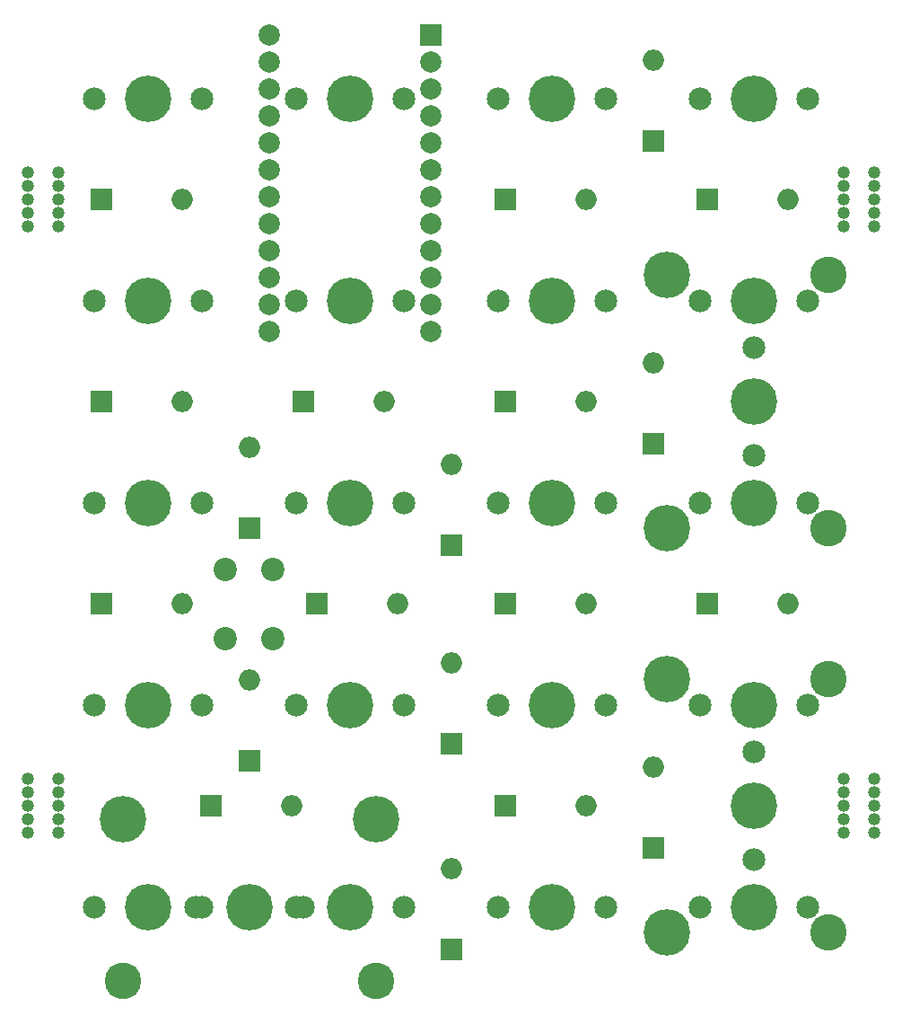
<source format=gts>
G04 #@! TF.GenerationSoftware,KiCad,Pcbnew,(5.0.0)*
G04 #@! TF.CreationDate,2019-01-13T17:47:14-08:00*
G04 #@! TF.ProjectId,Soyuz,536F79757A2E6B696361645F70636200,rev?*
G04 #@! TF.SameCoordinates,Original*
G04 #@! TF.FileFunction,Soldermask,Top*
G04 #@! TF.FilePolarity,Negative*
%FSLAX46Y46*%
G04 Gerber Fmt 4.6, Leading zero omitted, Abs format (unit mm)*
G04 Created by KiCad (PCBNEW (5.0.0)) date 01/13/19 17:47:14*
%MOMM*%
%LPD*%
G01*
G04 APERTURE LIST*
%ADD10O,2.000000X2.000000*%
%ADD11R,2.000000X2.000000*%
%ADD12C,2.000000*%
%ADD13C,4.387800*%
%ADD14C,2.150000*%
%ADD15C,3.448000*%
%ADD16C,2.200000*%
%ADD17C,1.187400*%
G04 APERTURE END LIST*
D10*
G04 #@! TO.C,D1*
X42862500Y-49212500D03*
D11*
X35242500Y-49212500D03*
G04 #@! TD*
D10*
G04 #@! TO.C,D2*
X61912500Y-68262500D03*
D11*
X54292500Y-68262500D03*
G04 #@! TD*
D10*
G04 #@! TO.C,D3*
X87312500Y-36036250D03*
D11*
X87312500Y-43656250D03*
G04 #@! TD*
G04 #@! TO.C,D4*
X92392500Y-49212500D03*
D10*
X100012500Y-49212500D03*
G04 #@! TD*
G04 #@! TO.C,D5*
X42862500Y-68262500D03*
D11*
X35242500Y-68262500D03*
G04 #@! TD*
G04 #@! TO.C,D6*
X73342500Y-68262500D03*
D10*
X80962500Y-68262500D03*
G04 #@! TD*
G04 #@! TO.C,D7*
X80962500Y-49212500D03*
D11*
X73342500Y-49212500D03*
G04 #@! TD*
G04 #@! TO.C,D8*
X87312500Y-72231250D03*
D10*
X87312500Y-64611250D03*
G04 #@! TD*
G04 #@! TO.C,D9*
X49212500Y-72548750D03*
D11*
X49212500Y-80168750D03*
G04 #@! TD*
G04 #@! TO.C,D10*
X68262500Y-81756250D03*
D10*
X68262500Y-74136250D03*
G04 #@! TD*
G04 #@! TO.C,D11*
X63182500Y-87312500D03*
D11*
X55562500Y-87312500D03*
G04 #@! TD*
G04 #@! TO.C,D12*
X92392500Y-87312500D03*
D10*
X100012500Y-87312500D03*
G04 #@! TD*
G04 #@! TO.C,D13*
X42862500Y-87312500D03*
D11*
X35242500Y-87312500D03*
G04 #@! TD*
D10*
G04 #@! TO.C,D14*
X49212500Y-94456250D03*
D11*
X49212500Y-102076250D03*
G04 #@! TD*
D10*
G04 #@! TO.C,D15*
X68262500Y-92868750D03*
D11*
X68262500Y-100488750D03*
G04 #@! TD*
G04 #@! TO.C,D16*
X73342500Y-87312500D03*
D10*
X80962500Y-87312500D03*
G04 #@! TD*
G04 #@! TO.C,D17*
X53181250Y-106362500D03*
D11*
X45561250Y-106362500D03*
G04 #@! TD*
G04 #@! TO.C,D18*
X68262500Y-119856250D03*
D10*
X68262500Y-112236250D03*
G04 #@! TD*
D11*
G04 #@! TO.C,D19*
X73342500Y-106362500D03*
D10*
X80962500Y-106362500D03*
G04 #@! TD*
D11*
G04 #@! TO.C,D20*
X87312500Y-110331250D03*
D10*
X87312500Y-102711250D03*
G04 #@! TD*
D11*
G04 #@! TO.C,U1*
X66357500Y-33655000D03*
D12*
X66357500Y-36195000D03*
X66357500Y-38735000D03*
X66357500Y-41275000D03*
X66357500Y-43815000D03*
X66357500Y-46355000D03*
X66357500Y-48895000D03*
X66357500Y-51435000D03*
X66357500Y-53975000D03*
X66357500Y-56515000D03*
X66357500Y-59055000D03*
X66357500Y-61595000D03*
X51117500Y-61595000D03*
X51117500Y-59055000D03*
X51117500Y-56515000D03*
X51117500Y-53975000D03*
X51117500Y-51435000D03*
X51117500Y-48895000D03*
X51117500Y-46355000D03*
X51117500Y-43815000D03*
X51117500Y-41275000D03*
X51117500Y-38735000D03*
X51117500Y-36195000D03*
X51117500Y-33655000D03*
G04 #@! TD*
D13*
G04 #@! TO.C,MX1*
X39687500Y-39687500D03*
D14*
X34607500Y-39687500D03*
X44767500Y-39687500D03*
G04 #@! TD*
G04 #@! TO.C,MX2*
X63817500Y-39687500D03*
X53657500Y-39687500D03*
D13*
X58737500Y-39687500D03*
G04 #@! TD*
G04 #@! TO.C,MX3*
X77787500Y-39687500D03*
D14*
X72707500Y-39687500D03*
X82867500Y-39687500D03*
G04 #@! TD*
G04 #@! TO.C,MX4*
X101917500Y-39687500D03*
X91757500Y-39687500D03*
D13*
X96837500Y-39687500D03*
G04 #@! TD*
G04 #@! TO.C,MX5*
X39687500Y-58737500D03*
D14*
X34607500Y-58737500D03*
X44767500Y-58737500D03*
G04 #@! TD*
G04 #@! TO.C,MX6*
X63817500Y-58737500D03*
X53657500Y-58737500D03*
D13*
X58737500Y-58737500D03*
G04 #@! TD*
G04 #@! TO.C,MX7*
X77787500Y-58737500D03*
D14*
X72707500Y-58737500D03*
X82867500Y-58737500D03*
G04 #@! TD*
D13*
G04 #@! TO.C,MX8*
X96837500Y-58737500D03*
D14*
X91757500Y-58737500D03*
X101917500Y-58737500D03*
G04 #@! TD*
D13*
G04 #@! TO.C,MX9*
X96837500Y-68262500D03*
D14*
X96837500Y-73342500D03*
X96837500Y-63182500D03*
D15*
X103822500Y-80200500D03*
X103822500Y-56324500D03*
D13*
X88582500Y-80200500D03*
X88582500Y-56324500D03*
G04 #@! TD*
D14*
G04 #@! TO.C,MX10*
X44767500Y-77787500D03*
X34607500Y-77787500D03*
D13*
X39687500Y-77787500D03*
G04 #@! TD*
D14*
G04 #@! TO.C,MX11*
X63817500Y-77787500D03*
X53657500Y-77787500D03*
D13*
X58737500Y-77787500D03*
G04 #@! TD*
D14*
G04 #@! TO.C,MX12*
X82867500Y-77787500D03*
X72707500Y-77787500D03*
D13*
X77787500Y-77787500D03*
G04 #@! TD*
G04 #@! TO.C,MX13*
X96837500Y-77787500D03*
D14*
X91757500Y-77787500D03*
X101917500Y-77787500D03*
G04 #@! TD*
D13*
G04 #@! TO.C,MX14*
X39687500Y-96837500D03*
D14*
X34607500Y-96837500D03*
X44767500Y-96837500D03*
G04 #@! TD*
G04 #@! TO.C,MX15*
X63817500Y-96837500D03*
X53657500Y-96837500D03*
D13*
X58737500Y-96837500D03*
G04 #@! TD*
G04 #@! TO.C,MX16*
X77787500Y-96837500D03*
D14*
X72707500Y-96837500D03*
X82867500Y-96837500D03*
G04 #@! TD*
G04 #@! TO.C,MX17*
X101917500Y-96837500D03*
X91757500Y-96837500D03*
D13*
X96837500Y-96837500D03*
G04 #@! TD*
G04 #@! TO.C,MX18*
X88582500Y-94424500D03*
X88582500Y-118300500D03*
D15*
X103822500Y-94424500D03*
X103822500Y-118300500D03*
D14*
X96837500Y-101282500D03*
X96837500Y-111442500D03*
D13*
X96837500Y-106362500D03*
G04 #@! TD*
G04 #@! TO.C,MX19*
X39687500Y-115887500D03*
D14*
X34607500Y-115887500D03*
X44767500Y-115887500D03*
G04 #@! TD*
G04 #@! TO.C,MX20*
X63817500Y-115887500D03*
X53657500Y-115887500D03*
D13*
X58737500Y-115887500D03*
G04 #@! TD*
G04 #@! TO.C,MX21*
X77787500Y-115887500D03*
D14*
X72707500Y-115887500D03*
X82867500Y-115887500D03*
G04 #@! TD*
G04 #@! TO.C,MX22*
X101917500Y-115887500D03*
X91757500Y-115887500D03*
D13*
X96837500Y-115887500D03*
G04 #@! TD*
G04 #@! TO.C,MX23*
X49212500Y-115887500D03*
D14*
X44132500Y-115887500D03*
X54292500Y-115887500D03*
D15*
X37274500Y-122872500D03*
X61150500Y-122872500D03*
D13*
X37274500Y-107632500D03*
X61150500Y-107632500D03*
G04 #@! TD*
D16*
G04 #@! TO.C,SW1*
X51462500Y-84062500D03*
X46962500Y-90562500D03*
X46962500Y-84062500D03*
X51462500Y-90562500D03*
G04 #@! TD*
D17*
G04 #@! TO.C,MOUSEBITE1*
X105314750Y-51752500D03*
X105314750Y-50482500D03*
X105314750Y-46672500D03*
X105314750Y-47942500D03*
X105314750Y-49212500D03*
G04 #@! TD*
G04 #@! TO.C,MOUSEBITE2*
X108204000Y-49212500D03*
X108204000Y-50482500D03*
X108204000Y-51752500D03*
X108204000Y-47942500D03*
X108204000Y-46672500D03*
G04 #@! TD*
G04 #@! TO.C,MOUSEBITE3*
X105314750Y-108902500D03*
X105314750Y-107632500D03*
X105314750Y-103822500D03*
X105314750Y-105092500D03*
X105314750Y-106362500D03*
G04 #@! TD*
G04 #@! TO.C,MOUSEBITE4*
X108204000Y-106362500D03*
X108204000Y-107632500D03*
X108204000Y-108902500D03*
X108204000Y-105092500D03*
X108204000Y-103822500D03*
G04 #@! TD*
G04 #@! TO.C,MOUSEBITE5*
X28321000Y-51752500D03*
X28321000Y-50482500D03*
X28321000Y-46672500D03*
X28321000Y-47942500D03*
X28321000Y-49212500D03*
G04 #@! TD*
G04 #@! TO.C,MOUSEBITE6*
X31210250Y-49212500D03*
X31210250Y-50482500D03*
X31210250Y-51752500D03*
X31210250Y-47942500D03*
X31210250Y-46672500D03*
G04 #@! TD*
G04 #@! TO.C,MOUSEBITE7*
X28321000Y-108902500D03*
X28321000Y-107632500D03*
X28321000Y-103822500D03*
X28321000Y-105092500D03*
X28321000Y-106362500D03*
G04 #@! TD*
G04 #@! TO.C,MOUSEBITE8*
X31210250Y-106362500D03*
X31210250Y-107632500D03*
X31210250Y-108902500D03*
X31210250Y-105092500D03*
X31210250Y-103822500D03*
G04 #@! TD*
M02*

</source>
